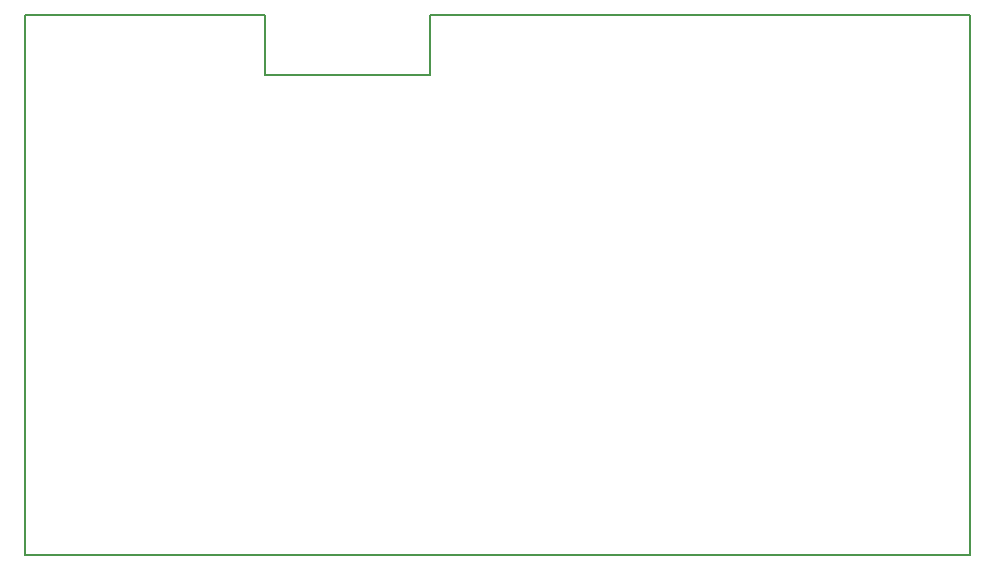
<source format=gm1>
G04 #@! TF.FileFunction,Profile,NP*
%FSLAX46Y46*%
G04 Gerber Fmt 4.6, Leading zero omitted, Abs format (unit mm)*
G04 Created by KiCad (PCBNEW 4.0.7) date 09/09/17 09:10:53*
%MOMM*%
%LPD*%
G01*
G04 APERTURE LIST*
%ADD10C,0.100000*%
%ADD11C,0.150000*%
G04 APERTURE END LIST*
D10*
D11*
X198120000Y-119380000D02*
X118110000Y-119380000D01*
X198120000Y-73660000D02*
X198120000Y-119380000D01*
X152400000Y-73660000D02*
X198120000Y-73660000D01*
X152400000Y-78740000D02*
X152400000Y-73660000D01*
X138430000Y-78740000D02*
X152400000Y-78740000D01*
X138430000Y-73660000D02*
X138430000Y-78740000D01*
X118110000Y-73660000D02*
X138430000Y-73660000D01*
X118110000Y-119380000D02*
X118110000Y-73660000D01*
M02*

</source>
